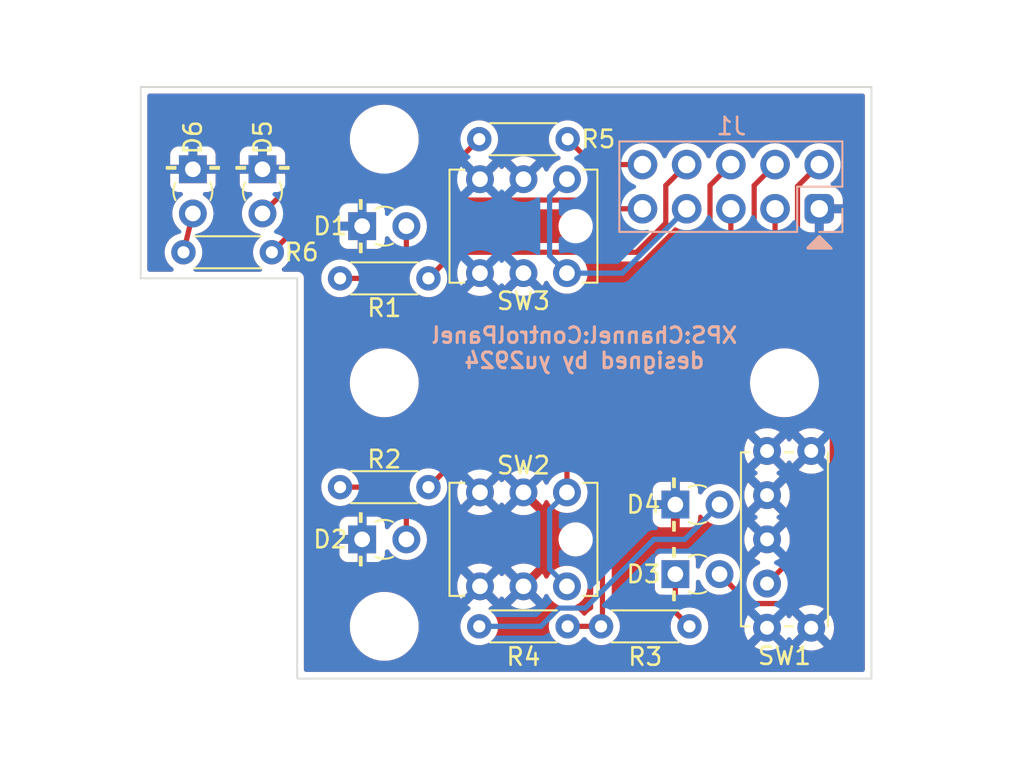
<source format=kicad_pcb>
(kicad_pcb (version 20211014) (generator pcbnew)
  (title_block (title "XPS:Channel:ControlPanel") (company "yu2924"))
  (layers (0 "F.Cu" signal) (31 "B.Cu" signal) (34 "B.Paste" user) (35 "F.Paste" user) (36 "B.SilkS" user "B.Silkscreen") (37 "F.SilkS" user "F.Silkscreen") (38 "B.Mask" user) (39 "F.Mask" user) (44 "Edge.Cuts" user))
  (net 0 "")
  (net 1 "GND")
  (net 2 "Net-(D1-Pad2)")
  (net 3 "Net-(D2-Pad2)")
  (net 4 "Net-(D3-Pad1)")
  (net 5 "+3V3")
  (net 6 "Net-(D4-Pad2)")
  (net 7 "Net-(D5-Pad2)")
  (net 8 "Net-(D6-Pad2)")
  (net 9 "NLD")
  (net 10 "PLD")
  (net 11 "HVC")
  (net 12 "XPC")
  (net 13 "TGC")
  (net 14 "~{HVS}")
  (net 15 "~{XPS}")
  (net 16 "~{TGS}")
  (footprint "Local:Alps-SPPH430100" (layer "F.Cu") (at 49 56)
    (fp_text reference "SW2" (at 0 -4.25 unlocked) (layer "F.SilkS"))
    (fp_text value "XPS")
    (fp_line (start 3.4 -3.25) (end 4.25 -3.25) (layer "F.SilkS") (width 0.12))
    (fp_line (start -4.25 -3.25) (end -4.25 3.25) (layer "F.SilkS") (width 0.12))
    (fp_line (start -4.25 3.25) (end -3.4 3.25) (layer "F.SilkS") (width 0.12))
    (fp_line (start -3.4 -3.25) (end -4.25 -3.25) (layer "F.SilkS") (width 0.12))
    (fp_line (start 4.25 -3.25) (end 4.25 3.25) (layer "F.SilkS") (width 0.12))
    (fp_line (start 4.25 3.25) (end 3.4 3.25) (layer "F.SilkS") (width 0.12))
    (pad "" np_thru_hole circle (at 3 0) (size 1.2 1.2) (drill 1.2) (layers F&B.Cu))
    (pad "1" thru_hole circle (at -2.5 2.7) (size 1.6 1.6) (drill 0.9) (layers *.Cu *.Mask) (net 1 "GND"))
    (pad "2" thru_hole circle (at 0 2.7) (size 1.6 1.6) (drill 0.9) (layers *.Cu *.Mask) (net 1 "GND"))
    (pad "3" thru_hole circle (at 2.5 2.7) (size 1.6 1.6) (drill 0.9) (layers *.Cu *.Mask) (net 15 "~{XPS}"))
    (pad "4" thru_hole circle (at -2.5 -2.7) (size 1.6 1.6) (drill 0.9) (layers *.Cu *.Mask) (net 1 "GND"))
    (pad "5" thru_hole circle (at 0 -2.7) (size 1.6 1.6) (drill 0.9) (layers *.Cu *.Mask) (net 1 "GND"))
    (pad "6" thru_hole circle (at 2.5 -2.7) (size 1.6 1.6) (drill 0.9) (layers *.Cu *.Mask) (net 15 "~{XPS}"))
  )
  (footprint "Local:Alps-SPPH430100" (layer "F.Cu") (at 49 38)
    (fp_text reference "SW3" (at 0 4.3 unlocked) (layer "F.SilkS"))
    (fp_text value "TGS")
    (fp_line (start -4.25 3.25) (end -3.4 3.25) (layer "F.SilkS") (width 0.12))
    (fp_line (start -4.25 -3.25) (end -4.25 3.25) (layer "F.SilkS") (width 0.12))
    (fp_line (start 4.25 3.25) (end 3.4 3.25) (layer "F.SilkS") (width 0.12))
    (fp_line (start 3.4 -3.25) (end 4.25 -3.25) (layer "F.SilkS") (width 0.12))
    (fp_line (start -3.4 -3.25) (end -4.25 -3.25) (layer "F.SilkS") (width 0.12))
    (fp_line (start 4.25 -3.25) (end 4.25 3.25) (layer "F.SilkS") (width 0.12))
    (pad "" np_thru_hole circle (at 3 0) (size 1.2 1.2) (drill 1.2) (layers F&B.Cu))
    (pad "1" thru_hole circle (at -2.5 2.7) (size 1.6 1.6) (drill 0.9) (layers *.Cu *.Mask) (net 1 "GND"))
    (pad "2" thru_hole circle (at 0 2.7) (size 1.6 1.6) (drill 0.9) (layers *.Cu *.Mask) (net 1 "GND"))
    (pad "3" thru_hole circle (at 2.5 2.7) (size 1.6 1.6) (drill 0.9) (layers *.Cu *.Mask) (net 16 "~{TGS}"))
    (pad "4" thru_hole circle (at -2.5 -2.7) (size 1.6 1.6) (drill 0.9) (layers *.Cu *.Mask) (net 1 "GND"))
    (pad "5" thru_hole circle (at 0 -2.7) (size 1.6 1.6) (drill 0.9) (layers *.Cu *.Mask) (net 1 "GND"))
    (pad "6" thru_hole circle (at 2.5 -2.7) (size 1.6 1.6) (drill 0.9) (layers *.Cu *.Mask) (net 16 "~{TGS}"))
  )
  (footprint "MountingHole:MountingHole_3.2mm_M3" (layer "F.Cu") (at 41 61)
    (fp_text reference "REF**" hide)
    (fp_text value "MountingHole_3.2mm_M3" hide)
    (pad "" np_thru_hole circle (at 0 0) (size 3.2 3.2) (drill 3.2) (layers *.Cu *.Mask))
  )
  (footprint "MountingHole:MountingHole_3.2mm_M3" (layer "F.Cu") (at 64 47)
    (fp_text reference "REF**" hide)
    (fp_text value "MountingHole_3.2mm_M3" hide)
    (pad "" np_thru_hole circle (at 0 0) (size 3.2 3.2) (drill 3.2) (layers *.Cu *.Mask))
  )
  (footprint "Local:R-THT-Axial-Horz-P5.08mm" (layer "F.Cu") (at 49 33 180)
    (fp_text reference "R5" (at -4.3 0 180) (layer "F.SilkS"))
    (fp_text value "4.7k")
    (fp_line (start -1.92 -0.92) (end 1.92 -0.92) (layer "F.SilkS") (width 0.12))
    (fp_line (start -1.92 0.92) (end 1.92 0.92) (layer "F.SilkS") (width 0.12))
    (pad "1" thru_hole circle (at -2.54 0 180) (size 1.4 1.4) (drill 0.7) (layers *.Cu *.Mask) (net 10 "PLD"))
    (pad "2" thru_hole circle (at 2.54 0 180) (size 1.4 1.4) (drill 0.7) (layers *.Cu *.Mask) (net 7 "Net-(D5-Pad2)"))
  )
  (footprint "Local:LED_D3.0mm-Centered" (layer "F.Cu") (at 59 54)
    (fp_text reference "D4" (at -3.1 0) (layer "F.SilkS"))
    (fp_text value "yellow")
    (fp_rect (start -1.4 1) (end -1.3 1.5) (layer "F.SilkS") (width 0.12) (fill none))
    (fp_rect (start -1.4 -1.5) (end -1.3 -1) (layer "F.SilkS") (width 0.12) (fill none))
    (fp_arc (start 0.5 0.999999) (mid 0 1.118033) (end -0.5 0.999999) (layer "F.SilkS") (width 0.12))
    (fp_arc (start -0.5 -0.999999) (mid 0 -1.118033) (end 0.5 -0.999999) (layer "F.SilkS") (width 0.12))
    (pad "1" thru_hole rect (at -1.27 0) (size 1.6 1.6) (drill 0.9) (layers *.Cu *.Mask) (net 1 "GND"))
    (pad "2" thru_hole circle (at 1.27 0) (size 1.6 1.6) (drill 0.9) (layers *.Cu *.Mask) (net 6 "Net-(D4-Pad2)"))
  )
  (footprint "Local:LED_D3.0mm-Centered" (layer "F.Cu") (at 34 36 -90)
    (fp_text reference "D5" (at -3.1 -0.015 90) (layer "F.SilkS"))
    (fp_text value "red")
    (fp_rect (start -1.4 -1.5) (end -1.3 -1) (layer "F.SilkS") (width 0.12) (fill none))
    (fp_rect (start -1.4 1) (end -1.3 1.5) (layer "F.SilkS") (width 0.12) (fill none))
    (fp_arc (start -0.5 -0.999999) (mid 0 -1.118033) (end 0.5 -0.999999) (layer "F.SilkS") (width 0.12))
    (fp_arc (start 0.5 0.999999) (mid 0 1.118033) (end -0.5 0.999999) (layer "F.SilkS") (width 0.12))
    (pad "1" thru_hole rect (at -1.27 0 270) (size 1.6 1.6) (drill 0.9) (layers *.Cu *.Mask) (net 1 "GND"))
    (pad "2" thru_hole circle (at 1.27 0 270) (size 1.6 1.6) (drill 0.9) (layers *.Cu *.Mask) (net 7 "Net-(D5-Pad2)"))
  )
  (footprint "MountingHole:MountingHole_3.2mm_M3" (layer "F.Cu") (at 41 47)
    (fp_text reference "REF**" hide)
    (fp_text value "MountingHole_3.2mm_M3" hide)
    (pad "" np_thru_hole circle (at 0 0) (size 3.2 3.2) (drill 3.2) (layers *.Cu *.Mask))
  )
  (footprint "Local:R-THT-Axial-Horz-P5.08mm" (layer "F.Cu") (at 41 41 180)
    (fp_text reference "R1" (at 0 -1.7 180) (layer "F.SilkS"))
    (fp_text value "4.7k")
    (fp_line (start -1.92 0.92) (end 1.92 0.92) (layer "F.SilkS") (width 0.12))
    (fp_line (start -1.92 -0.92) (end 1.92 -0.92) (layer "F.SilkS") (width 0.12))
    (pad "1" thru_hole circle (at -2.54 0 180) (size 1.4 1.4) (drill 0.7) (layers *.Cu *.Mask) (net 13 "TGC"))
    (pad "2" thru_hole circle (at 2.54 0 180) (size 1.4 1.4) (drill 0.7) (layers *.Cu *.Mask) (net 2 "Net-(D1-Pad2)"))
  )
  (footprint "Local:R-THT-Axial-Horz-P5.08mm" (layer "F.Cu") (at 41 53 180)
    (fp_text reference "R2" (at 0 1.6 180) (layer "F.SilkS"))
    (fp_text value "4.7k")
    (fp_line (start -1.92 -0.92) (end 1.92 -0.92) (layer "F.SilkS") (width 0.12))
    (fp_line (start -1.92 0.92) (end 1.92 0.92) (layer "F.SilkS") (width 0.12))
    (pad "1" thru_hole circle (at -2.54 0 180) (size 1.4 1.4) (drill 0.7) (layers *.Cu *.Mask) (net 12 "XPC"))
    (pad "2" thru_hole circle (at 2.54 0 180) (size 1.4 1.4) (drill 0.7) (layers *.Cu *.Mask) (net 3 "Net-(D2-Pad2)"))
  )
  (footprint "Local:R-THT-Axial-Horz-P5.08mm" (layer "F.Cu") (at 32 39.5 180)
    (fp_text reference "R6" (at -4.25 0 180) (layer "F.SilkS"))
    (fp_text value "47k")
    (fp_line (start -1.92 -0.92) (end 1.92 -0.92) (layer "F.SilkS") (width 0.12))
    (fp_line (start -1.92 0.92) (end 1.92 0.92) (layer "F.SilkS") (width 0.12))
    (pad "1" thru_hole circle (at -2.54 0 180) (size 1.4 1.4) (drill 0.7) (layers *.Cu *.Mask) (net 9 "NLD"))
    (pad "2" thru_hole circle (at 2.54 0 180) (size 1.4 1.4) (drill 0.7) (layers *.Cu *.Mask) (net 8 "Net-(D6-Pad2)"))
  )
  (footprint "Local:LED_D3.0mm-Centered" (layer "F.Cu") (at 41 56)
    (fp_text reference "D2" (at -3.1 0) (layer "F.SilkS"))
    (fp_text value "red")
    (fp_rect (start -1.4 1) (end -1.3 1.5) (layer "F.SilkS") (width 0.12) (fill none))
    (fp_rect (start -1.4 -1.5) (end -1.3 -1) (layer "F.SilkS") (width 0.12) (fill none))
    (fp_arc (start -0.5 -0.999999) (mid 0 -1.118033) (end 0.5 -0.999999) (layer "F.SilkS") (width 0.12))
    (fp_arc (start 0.5 0.999999) (mid 0 1.118033) (end -0.5 0.999999) (layer "F.SilkS") (width 0.12))
    (pad "1" thru_hole rect (at -1.27 0) (size 1.6 1.6) (drill 0.9) (layers *.Cu *.Mask) (net 1 "GND"))
    (pad "2" thru_hole circle (at 1.27 0) (size 1.6 1.6) (drill 0.9) (layers *.Cu *.Mask) (net 3 "Net-(D2-Pad2)"))
  )
  (footprint "Local:LED_D3.0mm-Centered" (layer "F.Cu") (at 59 58)
    (fp_text reference "D3" (at -3.1 0) (layer "F.SilkS"))
    (fp_text value "green")
    (fp_rect (start -1.4 -1.5) (end -1.3 -1) (layer "F.SilkS") (width 0.12) (fill none))
    (fp_rect (start -1.4 1) (end -1.3 1.5) (layer "F.SilkS") (width 0.12) (fill none))
    (fp_arc (start -0.5 -0.999999) (mid 0 -1.118033) (end 0.5 -0.999999) (layer "F.SilkS") (width 0.12))
    (fp_arc (start 0.5 0.999999) (mid 0 1.118033) (end -0.5 0.999999) (layer "F.SilkS") (width 0.12))
    (pad "1" thru_hole rect (at -1.27 0) (size 1.6 1.6) (drill 0.9) (layers *.Cu *.Mask) (net 4 "Net-(D3-Pad1)"))
    (pad "2" thru_hole circle (at 1.27 0) (size 1.6 1.6) (drill 0.9) (layers *.Cu *.Mask) (net 5 "+3V3"))
  )
  (footprint "MountingHole:MountingHole_3.2mm_M3" (layer "F.Cu") (at 41 33)
    (fp_text reference "REF**" hide)
    (fp_text value "MountingHole_3.2mm_M3" hide)
    (pad "" np_thru_hole circle (at 0 0) (size 3.2 3.2) (drill 3.2) (layers *.Cu *.Mask))
  )
  (footprint "Local:R-THT-Axial-Horz-P5.08mm" (layer "F.Cu") (at 49 61 180)
    (fp_text reference "R4" (at 0 -1.75) (layer "F.SilkS"))
    (fp_text value "1k")
    (fp_line (start -1.92 0.92) (end 1.92 0.92) (layer "F.SilkS") (width 0.12))
    (fp_line (start -1.92 -0.92) (end 1.92 -0.92) (layer "F.SilkS") (width 0.12))
    (pad "1" thru_hole circle (at -2.54 0 180) (size 1.4 1.4) (drill 0.7) (layers *.Cu *.Mask) (net 11 "HVC"))
    (pad "2" thru_hole circle (at 2.54 0 180) (size 1.4 1.4) (drill 0.7) (layers *.Cu *.Mask) (net 6 "Net-(D4-Pad2)"))
  )
  (footprint "Local:R-THT-Axial-Horz-P5.08mm" (layer "F.Cu") (at 56 61)
    (fp_text reference "R3" (at 0 1.75) (layer "F.SilkS"))
    (fp_text value "47k")
    (fp_line (start -1.92 0.92) (end 1.92 0.92) (layer "F.SilkS") (width 0.12))
    (fp_line (start -1.92 -0.92) (end 1.92 -0.92) (layer "F.SilkS") (width 0.12))
    (pad "1" thru_hole circle (at -2.54 0) (size 1.4 1.4) (drill 0.7) (layers *.Cu *.Mask) (net 11 "HVC"))
    (pad "2" thru_hole circle (at 2.54 0) (size 1.4 1.4) (drill 0.7) (layers *.Cu *.Mask) (net 4 "Net-(D3-Pad1)"))
  )
  (footprint "Local:LED_D3.0mm-Centered" (layer "F.Cu") (at 41 38)
    (fp_text reference "D1" (at -3.1 0) (layer "F.SilkS"))
    (fp_text value "red")
    (fp_rect (start -1.4 1) (end -1.3 1.5) (layer "F.SilkS") (width 0.12) (fill none))
    (fp_rect (start -1.4 -1.5) (end -1.3 -1) (layer "F.SilkS") (width 0.12) (fill none))
    (fp_arc (start -0.5 -0.999999) (mid 0 -1.118033) (end 0.5 -0.999999) (layer "F.SilkS") (width 0.12))
    (fp_arc (start 0.5 0.999999) (mid 0 1.118033) (end -0.5 0.999999) (layer "F.SilkS") (width 0.12))
    (pad "1" thru_hole rect (at -1.27 0) (size 1.6 1.6) (drill 0.9) (layers *.Cu *.Mask) (net 1 "GND"))
    (pad "2" thru_hole circle (at 1.27 0) (size 1.6 1.6) (drill 0.9) (layers *.Cu *.Mask) (net 2 "Net-(D1-Pad2)"))
  )
  (footprint "Local:LED_D3.0mm-Centered" (layer "F.Cu") (at 30 36 -90)
    (fp_text reference "D6" (at -3.1 0 90) (layer "F.SilkS"))
    (fp_text value "green")
    (fp_rect (start -1.4 1) (end -1.3 1.5) (layer "F.SilkS") (width 0.12) (fill none))
    (fp_rect (start -1.4 -1.5) (end -1.3 -1) (layer "F.SilkS") (width 0.12) (fill none))
    (fp_arc (start -0.5 -0.999999) (mid 0 -1.118033) (end 0.5 -0.999999) (layer "F.SilkS") (width 0.12))
    (fp_arc (start 0.5 0.999999) (mid 0 1.118033) (end -0.5 0.999999) (layer "F.SilkS") (width 0.12))
    (pad "1" thru_hole rect (at -1.27 0 270) (size 1.6 1.6) (drill 0.9) (layers *.Cu *.Mask) (net 1 "GND"))
    (pad "2" thru_hole circle (at 1.27 0 270) (size 1.6 1.6) (drill 0.9) (layers *.Cu *.Mask) (net 8 "Net-(D6-Pad2)"))
  )
  (footprint "Local:NKK-A-12AB" (layer "F.Cu") (at 64 56 90)
    (fp_text reference "SW1" (at -6.7 0 unlocked) (layer "F.SilkS"))
    (fp_text value "HVS")
    (fp_line (start -5 2.5) (end 5 2.5) (layer "F.SilkS") (width 0.12))
    (fp_line (start -5 -2) (end -5 -2.5) (layer "F.SilkS") (width 0.12))
    (fp_line (start 5 0) (end 5 0.5) (layer "F.SilkS") (width 0.12))
    (fp_line (start -5 0) (end -5 0.5) (layer "F.SilkS") (width 0.12))
    (fp_line (start -5 -2.5) (end 5 -2.5) (layer "F.SilkS") (width 0.12))
    (fp_line (start 5 -2.5) (end 5 -2) (layer "F.SilkS") (width 0.12))
    (pad "1" thru_hole circle (at 2.54 -1 90) (size 1.6 1.6) (drill 0.8) (layers *.Cu *.Mask) (net 1 "GND"))
    (pad "2" thru_hole circle (at 0 -1 90) (size 1.6 1.6) (drill 0.8) (layers *.Cu *.Mask) (net 1 "GND"))
    (pad "3" thru_hole circle (at -2.54 -1 90) (size 1.6 1.6) (drill 0.8) (layers *.Cu *.Mask) (net 14 "~{HVS}"))
    (pad "4" thru_hole circle (at -5.08 -1 90) (size 1.6 1.6) (drill 0.8) (layers *.Cu *.Mask) (net 1 "GND"))
    (pad "4" thru_hole circle (at 5.08 -1 90) (size 1.6 1.6) (drill 0.8) (layers *.Cu *.Mask) (net 1 "GND"))
    (pad "4" thru_hole circle (at -5.08 1.54 90) (size 1.6 1.6) (drill 0.8) (layers *.Cu *.Mask) (net 1 "GND"))
    (pad "4" thru_hole circle (at 5.08 1.54 90) (size 1.6 1.6) (drill 0.8) (layers *.Cu *.Mask) (net 1 "GND"))
  )
  (footprint "Local:PinHeader-2x05-P2.54mm-Vertical" (layer "B.Cu") (at 66 37 90)
    (fp_text reference "J1" (at 4.745 -5.055) (layer "B.SilkS") (effects (justify mirror)))
    (fp_text value "CTRL-CPL")
    (fp_line (start -1.33 -1.27) (end 1.27 -1.27) (layer "B.SilkS") (width 0.12))
    (fp_line (start 1.27 -1.27) (end 1.27 1.33) (layer "B.SilkS") (width 0.12))
    (fp_line (start 1.27 1.33) (end 3.87 1.33) (layer "B.SilkS") (width 0.12))
    (fp_line (start -1.33 0) (end -1.33 1.33) (layer "B.SilkS") (width 0.12))
    (fp_line (start -1.33 1.33) (end 0 1.33) (layer "B.SilkS") (width 0.12))
    (fp_line (start -1.33 -1.27) (end -1.33 -11.49) (layer "B.SilkS") (width 0.12))
    (fp_line (start 3.87 1.33) (end 3.87 -11.49) (layer "B.SilkS") (width 0.12))
    (fp_line (start -1.33 -11.49) (end 3.87 -11.49) (layer "B.SilkS") (width 0.12))
    (pad "1" thru_hole roundrect (at 0 0 90) (size 1.7 1.7) (drill 1) (layers *.Cu *.Mask) (net 1 "GND"))
    (pad "2" thru_hole oval (at 2.54 0 90) (size 1.7 1.7) (drill 1) (layers *.Cu *.Mask) (net 5 "+3V3"))
    (pad "3" thru_hole oval (at 0 -2.54 90) (size 1.7 1.7) (drill 1) (layers *.Cu *.Mask) (net 14 "~{HVS}"))
    (pad "4" thru_hole oval (at 2.54 -2.54 90) (size 1.7 1.7) (drill 1) (layers *.Cu *.Mask) (net 11 "HVC"))
    (pad "5" thru_hole oval (at 0 -5.08 90) (size 1.7 1.7) (drill 1) (layers *.Cu *.Mask) (net 15 "~{XPS}"))
    (pad "6" thru_hole oval (at 2.54 -5.08 90) (size 1.7 1.7) (drill 1) (layers *.Cu *.Mask) (net 12 "XPC"))
    (pad "7" thru_hole oval (at 0 -7.62 90) (size 1.7 1.7) (drill 1) (layers *.Cu *.Mask) (net 16 "~{TGS}"))
    (pad "8" thru_hole oval (at 2.54 -7.62 90) (size 1.7 1.7) (drill 1) (layers *.Cu *.Mask) (net 13 "TGC"))
    (pad "9" thru_hole oval (at 0 -10.16 90) (size 1.7 1.7) (drill 1) (layers *.Cu *.Mask) (net 9 "NLD"))
    (pad "10" thru_hole oval (at 2.54 -10.16 90) (size 1.7 1.7) (drill 1) (layers *.Cu *.Mask) (net 10 "PLD"))
  )
  (gr_poly (pts (xy 66.635 39.25) (xy 66 38.615) (xy 65.365 39.25)) (layer "B.SilkS") (width 0.2) (fill solid))
  (gr_poly (pts (xy 69 64) (xy 36 64) (xy 36 41) (xy 27 41) (xy 27 30) (xy 69 30)) (layer "Edge.Cuts") (width 0.1) (fill none))
  (gr_text "XPS:Channel:ControlPanel\ndesigned by yu2924" (at 52.5 45) (layer "B.SilkS") (effects (font (size 0.9 0.9) (thickness 0.18)) (justify mirror)))
  (segment (start 42.27 39.23) (end 40.5 41) (width 0.3) (layer "F.Cu") (net 2))
  (segment (start 40.5 41) (end 38.46 41) (width 0.3) (layer "F.Cu") (net 2))
  (segment (start 42.27 38) (end 42.27 39.23) (width 0.3) (layer "F.Cu") (net 2))
  (segment (start 42.27 54.77) (end 40.5 53) (width 0.3) (layer "F.Cu") (net 3))
  (segment (start 40.5 53) (end 38.46 53) (width 0.3) (layer "F.Cu") (net 3))
  (segment (start 42.27 56) (end 42.27 54.77) (width 0.3) (layer "F.Cu") (net 3))
  (segment (start 57.73 60.19) (end 58.54 61) (width 0.3) (layer "F.Cu") (net 4))
  (segment (start 57.73 58) (end 57.73 60.19) (width 0.3) (layer "F.Cu") (net 4))
  (segment (start 67.499519 41.499519) (end 64.75 38.75) (width 0.3) (layer "F.Cu") (net 5))
  (segment (start 67.499519 41.499519) (end 67.499519 56.000481) (width 0.3) (layer "F.Cu") (net 5))
  (segment (start 64.75 35.71) (end 64.75 38.75) (width 0.3) (layer "F.Cu") (net 5))
  (segment (start 66 34.46) (end 64.75 35.71) (width 0.3) (layer "F.Cu") (net 5))
  (segment (start 63.810489 59.689511) (end 61.959511 59.689511) (width 0.3) (layer "F.Cu") (net 5))
  (segment (start 61.959511 59.689511) (end 60.27 58) (width 0.3) (layer "F.Cu") (net 5))
  (segment (start 67.499519 56.000481) (end 63.810489 59.689511) (width 0.3) (layer "F.Cu") (net 5))
  (segment (start 46.46 61) (end 50 61) (width 0.3) (layer "B.Cu") (net 6))
  (segment (start 58.27 56) (end 60.27 54) (width 0.3) (layer "B.Cu") (net 6))
  (segment (start 52.549511 59.950489) (end 56.5 56) (width 0.3) (layer "B.Cu") (net 6))
  (segment (start 56.5 56) (end 58.27 56) (width 0.3) (layer "B.Cu") (net 6))
  (segment (start 51.049511 59.950489) (end 52.549511 59.950489) (width 0.3) (layer "B.Cu") (net 6))
  (segment (start 50 61) (end 51.049511 59.950489) (width 0.3) (layer "B.Cu") (net 6))
  (segment (start 43.71 35.75) (end 46.46 33) (width 0.3) (layer "F.Cu") (net 7))
  (segment (start 35.52 35.75) (end 43.71 35.75) (width 0.3) (layer "F.Cu") (net 7))
  (segment (start 34 37.27) (end 35.52 35.75) (width 0.3) (layer "F.Cu") (net 7))
  (segment (start 30 37.27) (end 29.46 39.5) (width 0.3) (layer "F.Cu") (net 8))
  (segment (start 34.54 39.5) (end 37.54 36.5) (width 0.3) (layer "F.Cu") (net 9))
  (segment (start 55.84 37) (end 54.5 37) (width 0.3) (layer "F.Cu") (net 9))
  (segment (start 38 36.5) (end 54 36.5) (width 0.3) (layer "F.Cu") (net 9))
  (segment (start 54.5 37) (end 54 36.5) (width 0.3) (layer "F.Cu") (net 9))
  (segment (start 37.54 36.5) (end 38 36.5) (width 0.3) (layer "F.Cu") (net 9))
  (segment (start 55.84 34.46) (end 53 34.46) (width 0.3) (layer "F.Cu") (net 10))
  (segment (start 53 34.46) (end 51.54 33) (width 0.3) (layer "F.Cu") (net 10))
  (segment (start 62.260489 35.659511) (end 62.260489 39.239511) (width 0.3) (layer "F.Cu") (net 11))
  (segment (start 63.46 34.46) (end 62.260489 35.659511) (width 0.3) (layer "F.Cu") (net 11))
  (segment (start 62.260489 39.239511) (end 53.54 47.96) (width 0.3) (layer "F.Cu") (net 11))
  (segment (start 51.54 61) (end 53.46 61) (width 0.3) (layer "F.Cu") (net 11))
  (segment (start 53.54 47.96) (end 53.54 61) (width 0.3) (layer "F.Cu") (net 11))
  (segment (start 59.720489 38.779511) (end 59.720489 35.659511) (width 0.3) (layer "F.Cu") (net 12))
  (segment (start 47 51.5) (end 59.720489 38.779511) (width 0.3) (layer "F.Cu") (net 12))
  (segment (start 45.04 51.5) (end 47 51.5) (width 0.3) (layer "F.Cu") (net 12))
  (segment (start 59.720489 35.659511) (end 60.92 34.46) (width 0.3) (layer "F.Cu") (net 12))
  (segment (start 43.54 53) (end 45.04 51.5) (width 0.3) (layer "F.Cu") (net 12))
  (segment (start 43.54 41) (end 45.04 39.5) (width 0.3) (layer "F.Cu") (net 13))
  (segment (start 57.180489 37.819511) (end 57.180489 35.659511) (width 0.3) (layer "F.Cu") (net 13))
  (segment (start 57.180489 35.659511) (end 58.38 34.46) (width 0.3) (layer "F.Cu") (net 13))
  (segment (start 45.04 39.5) (end 55.5 39.5) (width 0.3) (layer "F.Cu") (net 13))
  (segment (start 55.5 39.5) (end 57.180489 37.819511) (width 0.3) (layer "F.Cu") (net 13))
  (segment (start 63.46 38.96) (end 63.46 37) (width 0.3) (layer "F.Cu") (net 14))
  (segment (start 66.75 42.25) (end 63.46 38.96) (width 0.3) (layer "F.Cu") (net 14))
  (segment (start 63 58.54) (end 66.75 54.79) (width 0.3) (layer "F.Cu") (net 14))
  (segment (start 66.75 54.79) (end 66.75 42.25) (width 0.3) (layer "F.Cu") (net 14))
  (segment (start 51.5 53.3) (end 51.5 48.5) (width 0.3) (layer "F.Cu") (net 15))
  (segment (start 51.5 48.5) (end 60.92 39.08) (width 0.3) (layer "F.Cu") (net 15))
  (segment (start 60.92 39.08) (end 60.92 37) (width 0.3) (layer "F.Cu") (net 15))
  (segment (start 50.5 54.3) (end 51.5 53.3) (width 0.3) (layer "B.Cu") (net 15))
  (segment (start 51.5 58.7) (end 50.5 57.7) (width 0.3) (layer "B.Cu") (net 15))
  (segment (start 50.5 57.7) (end 50.5 54.3) (width 0.3) (layer "B.Cu") (net 15))
  (segment (start 50.5 36.3) (end 51.5 35.3) (width 0.3) (layer "B.Cu") (net 16))
  (segment (start 50.5 39.7) (end 50.5 36.3) (width 0.3) (layer "B.Cu") (net 16))
  (segment (start 51.5 40.7) (end 54.68 40.7) (width 0.3) (layer "B.Cu") (net 16))
  (segment (start 54.68 40.7) (end 58.38 37) (width 0.3) (layer "B.Cu") (net 16))
  (segment (start 51.5 40.7) (end 50.5 39.7) (width 0.3) (layer "B.Cu") (net 16))
  (zone (net 1) (net_name "GND") (layers F&B.Cu) (connect_pads (clearance 0.381)) (min_thickness 0.254) (fill yes (thermal_gap 0.508) (thermal_bridge_width 0.508))
    (polygon (pts (xy 69 64) (xy 36 64) (xy 36 41) (xy 27 41) (xy 27 30) (xy 69 30)))
  )
)
</source>
